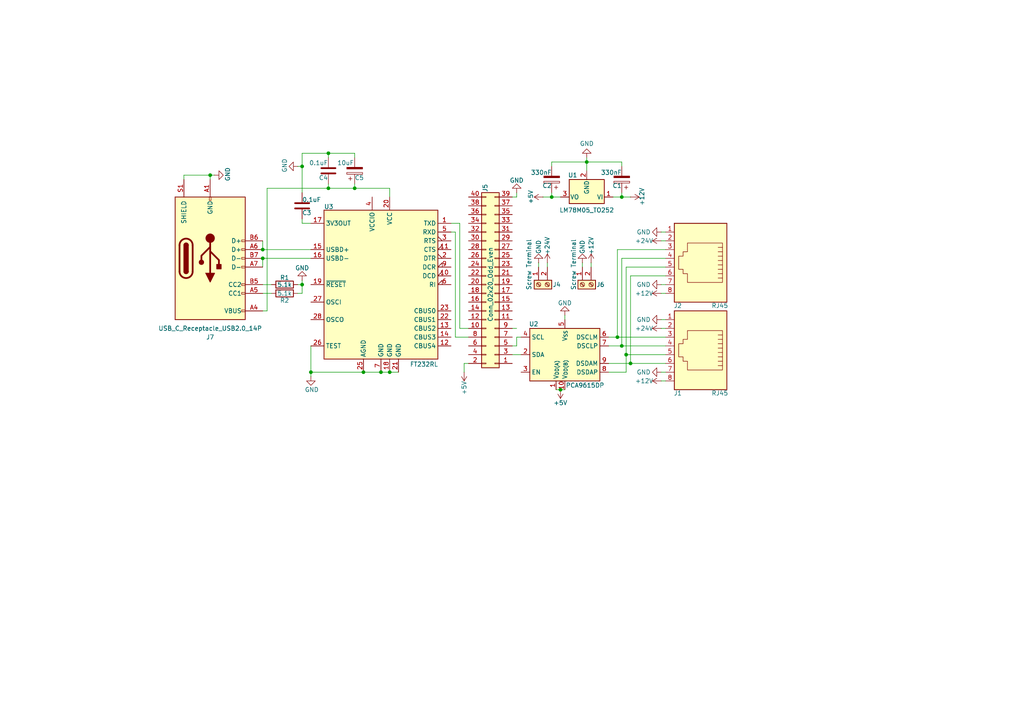
<source format=kicad_sch>
(kicad_sch (version 20231120) (generator "eeschema") (generator_version "8.0")
  (paper "A4")
  (title_block (title "PicoChain Zero Reference Device Implementation") (date "2024-08-22") (rev "v1.1") (comment 2 "http://www.tapr.org/OHL") (comment 3 "Licence: The TAPR Open Hardware License") (comment 4 "Author: Jason Alexander"))
  (lib_symbols
    (symbol "Connector:RJ45" (pin_names (offset 1.016))
      (property "Reference" "J" (at -5.08 13.97 0))
      (property "Value" "RJ45" (at 2.54 13.97 0))
      (symbol "RJ45_0_1"
        (polyline (pts (xy -5.08 4.445) (xy -6.35 4.445)))
        (polyline (pts (xy -5.08 5.715) (xy -6.35 5.715)))
        (polyline (pts (xy -6.35 -3.175) (xy -5.08 -3.175) (xy -5.08 -3.175)))
        (polyline (pts (xy -6.35 -1.905) (xy -5.08 -1.905) (xy -5.08 -1.905)))
        (polyline (pts (xy -6.35 -0.635) (xy -5.08 -0.635) (xy -5.08 -0.635)))
        (polyline (pts (xy -6.35 0.635) (xy -5.08 0.635) (xy -5.08 0.635)))
        (polyline (pts (xy -6.35 1.905) (xy -5.08 1.905) (xy -5.08 1.905)))
        (polyline (pts (xy -5.08 3.175) (xy -6.35 3.175) (xy -6.35 3.175)))
        (polyline (pts (xy -6.35 -4.445) (xy -6.35 6.985) (xy 3.81 6.985) (xy 3.81 4.445) (xy 5.08 4.445) (xy 5.08 3.175) (xy 6.35 3.175) (xy 6.35 -0.635) (xy 5.08 -0.635) (xy 5.08 -1.905) (xy 3.81 -1.905) (xy 3.81 -4.445) (xy -6.35 -4.445) (xy -6.35 -4.445)))
        (rectangle (start 7.62 12.7) (end -7.62 -10.16) (stroke (width 0.254)) (fill (type background)))
      )
      (symbol "RJ45_1_1"
        (pin passive line (at 10.16 -7.62 180) (length 2.54) (name "~") (number "1"))
        (pin passive line (at 10.16 -5.08 180) (length 2.54) (name "~") (number "2"))
        (pin passive line (at 10.16 -2.54 180) (length 2.54) (name "~") (number "3"))
        (pin passive line (at 10.16 0 180) (length 2.54) (name "~") (number "4"))
        (pin passive line (at 10.16 2.54 180) (length 2.54) (name "~") (number "5"))
        (pin passive line (at 10.16 5.08 180) (length 2.54) (name "~") (number "6"))
        (pin passive line (at 10.16 7.62 180) (length 2.54) (name "~") (number "7"))
        (pin passive line (at 10.16 10.16 180) (length 2.54) (name "~") (number "8"))
      )
    )
    (symbol "Connector:Screw_Terminal_01x02" (pin_names (offset 1.016) hide)
      (property "Reference" "J" (at 0 2.54 0))
      (property "Value" "Screw_Terminal_01x02" (at 0 -5.08 0))
      (symbol "Screw_Terminal_01x02_1_1"
        (rectangle (start -1.27 1.27) (end 1.27 -3.81) (stroke (width 0.254)) (fill (type background)))
        (circle (center 0 -2.54) (radius 0.635) (stroke (width 0.1524)))
        (polyline (pts (xy -0.5334 -2.2098) (xy 0.3302 -3.048)) (stroke (width 0.1524)))
        (polyline (pts (xy -0.5334 0.3302) (xy 0.3302 -0.508)) (stroke (width 0.1524)))
        (polyline (pts (xy -0.3556 -2.032) (xy 0.508 -2.8702)) (stroke (width 0.1524)))
        (polyline (pts (xy -0.3556 0.508) (xy 0.508 -0.3302)) (stroke (width 0.1524)))
        (circle (center 0 0) (radius 0.635) (stroke (width 0.1524)))
        (pin passive line (at -5.08 0 0) (length 3.81) (name "Pin_1") (number "1"))
        (pin passive line (at -5.08 -2.54 0) (length 3.81) (name "Pin_2") (number "2"))
      )
    )
    (symbol "Connector:USB_C_Receptacle_USB2.0_14P" (pin_names (offset 1.016))
      (property "Reference" "J" (at 0 22.225 0))
      (property "Value" "USB_C_Receptacle_USB2.0_14P" (at 0 19.685 0))
      (symbol "USB_C_Receptacle_USB2.0_14P_0_0"
        (rectangle (start -0.254 -17.78) (end 0.254 -16.764))
        (rectangle (start 10.16 -4.826) (end 9.144 -5.334))
        (rectangle (start 10.16 -2.286) (end 9.144 -2.794))
        (rectangle (start 10.16 0.254) (end 9.144 -0.254))
        (rectangle (start 10.16 2.794) (end 9.144 2.286))
        (rectangle (start 10.16 7.874) (end 9.144 7.366))
        (rectangle (start 10.16 10.414) (end 9.144 9.906))
        (rectangle (start 10.16 15.494) (end 9.144 14.986))
      )
      (symbol "USB_C_Receptacle_USB2.0_14P_0_1"
        (rectangle (start -10.16 17.78) (end 10.16 -17.78) (stroke (width 0.254)) (fill (type background)))
        (arc (start -8.89 -3.81) (mid -6.985 -5.7067) (end -5.08 -3.81) (stroke (width 0.508)))
        (arc (start -7.62 -3.81) (mid -6.985 -4.4423) (end -6.35 -3.81) (stroke (width 0.254)))
        (arc (start -7.62 -3.81) (mid -6.985 -4.4423) (end -6.35 -3.81) (stroke (width 0.254)) (fill (type outline)))
        (rectangle (start -7.62 -3.81) (end -6.35 3.81) (stroke (width 0.254)) (fill (type outline)))
        (arc (start -6.35 3.81) (mid -6.985 4.4423) (end -7.62 3.81) (stroke (width 0.254)))
        (arc (start -6.35 3.81) (mid -6.985 4.4423) (end -7.62 3.81) (stroke (width 0.254)) (fill (type outline)))
        (arc (start -5.08 3.81) (mid -6.985 5.7067) (end -8.89 3.81) (stroke (width 0.508)))
        (circle (center -2.54 1.143) (radius 0.635) (stroke (width 0.254)) (fill (type outline)))
        (circle (center 0 -5.842) (radius 1.27) (fill (type outline)))
        (polyline (pts (xy -8.89 -3.81) (xy -8.89 3.81)) (stroke (width 0.508)))
        (polyline (pts (xy -5.08 3.81) (xy -5.08 -3.81)) (stroke (width 0.508)))
        (polyline (pts (xy 0 -5.842) (xy 0 4.318)) (stroke (width 0.508)))
        (polyline (pts (xy 0 -3.302) (xy -2.54 -0.762) (xy -2.54 0.508)) (stroke (width 0.508)))
        (polyline (pts (xy 0 -2.032) (xy 2.54 0.508) (xy 2.54 1.778)) (stroke (width 0.508)))
        (polyline (pts (xy -1.27 4.318) (xy 0 6.858) (xy 1.27 4.318) (xy -1.27 4.318)) (stroke (width 0.254)) (fill (type outline)))
        (rectangle (start 1.905 1.778) (end 3.175 3.048) (stroke (width 0.254)) (fill (type outline)))
      )
      (symbol "USB_C_Receptacle_USB2.0_14P_1_1"
        (pin passive line (at 0 -22.86 90) (length 5.08) (name "GND") (number "A1"))
        (pin passive line (at 0 -22.86 90) (length 5.08) hide (name "GND") (number "A12"))
        (pin passive line (at 15.24 15.24 180) (length 5.08) (name "VBUS") (number "A4"))
        (pin bidirectional line (at 15.24 10.16 180) (length 5.08) (name "CC1") (number "A5"))
        (pin bidirectional line (at 15.24 -2.54 180) (length 5.08) (name "D+") (number "A6"))
        (pin bidirectional line (at 15.24 2.54 180) (length 5.08) (name "D-") (number "A7"))
        (pin passive line (at 15.24 15.24 180) (length 5.08) hide (name "VBUS") (number "A9"))
        (pin passive line (at 0 -22.86 90) (length 5.08) hide (name "GND") (number "B1"))
        (pin passive line (at 0 -22.86 90) (length 5.08) hide (name "GND") (number "B12"))
        (pin passive line (at 15.24 15.24 180) (length 5.08) hide (name "VBUS") (number "B4"))
        (pin bidirectional line (at 15.24 7.62 180) (length 5.08) (name "CC2") (number "B5"))
        (pin bidirectional line (at 15.24 -5.08 180) (length 5.08) (name "D+") (number "B6"))
        (pin bidirectional line (at 15.24 0 180) (length 5.08) (name "D-") (number "B7"))
        (pin passive line (at 15.24 15.24 180) (length 5.08) hide (name "VBUS") (number "B9"))
        (pin passive line (at -7.62 -22.86 90) (length 5.08) (name "SHIELD") (number "S1"))
      )
    )
    (symbol "Connector_Generic:Conn_02x20_Odd_Even" (pin_names (offset 1.016) hide)
      (property "Reference" "J" (at 1.27 25.4 0))
      (property "Value" "Conn_02x20_Odd_Even" (at 1.27 -27.94 0))
      (symbol "Conn_02x20_Odd_Even_1_1"
        (rectangle (start -1.27 -25.273) (end 0 -25.527) (stroke (width 0.1524)))
        (rectangle (start -1.27 -22.733) (end 0 -22.987) (stroke (width 0.1524)))
        (rectangle (start -1.27 -20.193) (end 0 -20.447) (stroke (width 0.1524)))
        (rectangle (start -1.27 -17.653) (end 0 -17.907) (stroke (width 0.1524)))
        (rectangle (start -1.27 -15.113) (end 0 -15.367) (stroke (width 0.1524)))
        (rectangle (start -1.27 -12.573) (end 0 -12.827) (stroke (width 0.1524)))
        (rectangle (start -1.27 -10.033) (end 0 -10.287) (stroke (width 0.1524)))
        (rectangle (start -1.27 -7.493) (end 0 -7.747) (stroke (width 0.1524)))
        (rectangle (start -1.27 -4.953) (end 0 -5.207) (stroke (width 0.1524)))
        (rectangle (start -1.27 -2.413) (end 0 -2.667) (stroke (width 0.1524)))
        (rectangle (start -1.27 0.127) (end 0 -0.127) (stroke (width 0.1524)))
        (rectangle (start -1.27 2.667) (end 0 2.413) (stroke (width 0.1524)))
        (rectangle (start -1.27 5.207) (end 0 4.953) (stroke (width 0.1524)))
        (rectangle (start -1.27 7.747) (end 0 7.493) (stroke (width 0.1524)))
        (rectangle (start -1.27 10.287) (end 0 10.033) (stroke (width 0.1524)))
        (rectangle (start -1.27 12.827) (end 0 12.573) (stroke (width 0.1524)))
        (rectangle (start -1.27 15.367) (end 0 15.113) (stroke (width 0.1524)))
        (rectangle (start -1.27 17.907) (end 0 17.653) (stroke (width 0.1524)))
        (rectangle (start -1.27 20.447) (end 0 20.193) (stroke (width 0.1524)))
        (rectangle (start -1.27 22.987) (end 0 22.733) (stroke (width 0.1524)))
        (rectangle (start -1.27 24.13) (end 3.81 -26.67) (stroke (width 0.254)) (fill (type background)))
        (rectangle (start 3.81 -25.273) (end 2.54 -25.527) (stroke (width 0.1524)))
        (rectangle (start 3.81 -22.733) (end 2.54 -22.987) (stroke (width 0.1524)))
        (rectangle (start 3.81 -20.193) (end 2.54 -20.447) (stroke (width 0.1524)))
        (rectangle (start 3.81 -17.653) (end 2.54 -17.907) (stroke (width 0.1524)))
        (rectangle (start 3.81 -15.113) (end 2.54 -15.367) (stroke (width 0.1524)))
        (rectangle (start 3.81 -12.573) (end 2.54 -12.827) (stroke (width 0.1524)))
        (rectangle (start 3.81 -10.033) (end 2.54 -10.287) (stroke (width 0.1524)))
        (rectangle (start 3.81 -7.493) (end 2.54 -7.747) (stroke (width 0.1524)))
        (rectangle (start 3.81 -4.953) (end 2.54 -5.207) (stroke (width 0.1524)))
        (rectangle (start 3.81 -2.413) (end 2.54 -2.667) (stroke (width 0.1524)))
        (rectangle (start 3.81 0.127) (end 2.54 -0.127) (stroke (width 0.1524)))
        (rectangle (start 3.81 2.667) (end 2.54 2.413) (stroke (width 0.1524)))
        (rectangle (start 3.81 5.207) (end 2.54 4.953) (stroke (width 0.1524)))
        (rectangle (start 3.81 7.747) (end 2.54 7.493) (stroke (width 0.1524)))
        (rectangle (start 3.81 10.287) (end 2.54 10.033) (stroke (width 0.1524)))
        (rectangle (start 3.81 12.827) (end 2.54 12.573) (stroke (width 0.1524)))
        (rectangle (start 3.81 15.367) (end 2.54 15.113) (stroke (width 0.1524)))
        (rectangle (start 3.81 17.907) (end 2.54 17.653) (stroke (width 0.1524)))
        (rectangle (start 3.81 20.447) (end 2.54 20.193) (stroke (width 0.1524)))
        (rectangle (start 3.81 22.987) (end 2.54 22.733) (stroke (width 0.1524)))
        (pin passive line (at -5.08 22.86 0) (length 3.81) (name "Pin_1") (number "1"))
        (pin passive line (at 7.62 12.7 180) (length 3.81) (name "Pin_10") (number "10"))
        (pin passive line (at -5.08 10.16 0) (length 3.81) (name "Pin_11") (number "11"))
        (pin passive line (at 7.62 10.16 180) (length 3.81) (name "Pin_12") (number "12"))
        (pin passive line (at -5.08 7.62 0) (length 3.81) (name "Pin_13") (number "13"))
        (pin passive line (at 7.62 7.62 180) (length 3.81) (name "Pin_14") (number "14"))
        (pin passive line (at -5.08 5.08 0) (length 3.81) (name "Pin_15") (number "15"))
        (pin passive line (at 7.62 5.08 180) (length 3.81) (name "Pin_16") (number "16"))
        (pin passive line (at -5.08 2.54 0) (length 3.81) (name "Pin_17") (number "17"))
        (pin passive line (at 7.62 2.54 180) (length 3.81) (name "Pin_18") (number "18"))
        (pin passive line (at -5.08 0 0) (length 3.81) (name "Pin_19") (number "19"))
        (pin passive line (at 7.62 22.86 180) (length 3.81) (name "Pin_2") (number "2"))
        (pin passive line (at 7.62 0 180) (length 3.81) (name "Pin_20") (number "20"))
        (pin passive line (at -5.08 -2.54 0) (length 3.81) (name "Pin_21") (number "21"))
        (pin passive line (at 7.62 -2.54 180) (length 3.81) (name "Pin_22") (number "22"))
        (pin passive line (at -5.08 -5.08 0) (length 3.81) (name "Pin_23") (number "23"))
        (pin passive line (at 7.62 -5.08 180) (length 3.81) (name "Pin_24") (number "24"))
        (pin passive line (at -5.08 -7.62 0) (length 3.81) (name "Pin_25") (number "25"))
        (pin passive line (at 7.62 -7.62 180) (length 3.81) (name "Pin_26") (number "26"))
        (pin passive line (at -5.08 -10.16 0) (length 3.81) (name "Pin_27") (number "27"))
        (pin passive line (at 7.62 -10.16 180) (length 3.81) (name "Pin_28") (number "28"))
        (pin passive line (at -5.08 -12.7 0) (length 3.81) (name "Pin_29") (number "29"))
        (pin passive line (at -5.08 20.32 0) (length 3.81) (name "Pin_3") (number "3"))
        (pin passive line (at 7.62 -12.7 180) (length 3.81) (name "Pin_30") (number "30"))
        (pin passive line (at -5.08 -15.24 0) (length 3.81) (name "Pin_31") (number "31"))
        (pin passive line (at 7.62 -15.24 180) (length 3.81) (name "Pin_32") (number "32"))
        (pin passive line (at -5.08 -17.78 0) (length 3.81) (name "Pin_33") (number "33"))
        (pin passive line (at 7.62 -17.78 180) (length 3.81) (name "Pin_34") (number "34"))
        (pin passive line (at -5.08 -20.32 0) (length 3.81) (name "Pin_35") (number "35"))
        (pin passive line (at 7.62 -20.32 180) (length 3.81) (name "Pin_36") (number "36"))
        (pin passive line (at -5.08 -22.86 0) (length 3.81) (name "Pin_37") (number "37"))
        (pin passive line (at 7.62 -22.86 180) (length 3.81) (name "Pin_38") (number "38"))
        (pin passive line (at -5.08 -25.4 0) (length 3.81) (name "Pin_39") (number "39"))
        (pin passive line (at 7.62 20.32 180) (length 3.81) (name "Pin_4") (number "4"))
        (pin passive line (at 7.62 -25.4 180) (length 3.81) (name "Pin_40") (number "40"))
        (pin passive line (at -5.08 17.78 0) (length 3.81) (name "Pin_5") (number "5"))
        (pin passive line (at 7.62 17.78 180) (length 3.81) (name "Pin_6") (number "6"))
        (pin passive line (at -5.08 15.24 0) (length 3.81) (name "Pin_7") (number "7"))
        (pin passive line (at 7.62 15.24 180) (length 3.81) (name "Pin_8") (number "8"))
        (pin passive line (at -5.08 12.7 0) (length 3.81) (name "Pin_9") (number "9"))
      )
    )
    (symbol "Device:C" (pin_numbers hide) (pin_names (offset 0.254))
      (property "Reference" "C" (at 0.635 2.54 0))
      (property "Value" "C" (at 0.635 -2.54 0))
      (symbol "C_0_1"
        (polyline (pts (xy -2.032 -0.762) (xy 2.032 -0.762)) (stroke (width 0.508)))
        (polyline (pts (xy -2.032 0.762) (xy 2.032 0.762)) (stroke (width 0.508)))
      )
      (symbol "C_1_1"
        (pin passive line (at 0 3.81 270) (length 2.794) (name "~") (number "1"))
        (pin passive line (at 0 -3.81 90) (length 2.794) (name "~") (number "2"))
      )
    )
    (symbol "Device:C_Polarized" (pin_numbers hide) (pin_names (offset 0.254))
      (property "Reference" "C" (at 0.635 2.54 0))
      (property "Value" "C_Polarized" (at 0.635 -2.54 0))
      (symbol "C_Polarized_0_1"
        (rectangle (start -2.286 0.508) (end 2.286 1.016))
        (polyline (pts (xy -1.778 2.286) (xy -0.762 2.286)))
        (polyline (pts (xy -1.27 2.794) (xy -1.27 1.778)))
        (rectangle (start 2.286 -0.508) (end -2.286 -1.016) (fill (type outline)))
      )
      (symbol "C_Polarized_1_1"
        (pin passive line (at 0 3.81 270) (length 2.794) (name "~") (number "1"))
        (pin passive line (at 0 -3.81 90) (length 2.794) (name "~") (number "2"))
      )
    )
    (symbol "Device:R" (pin_numbers hide) (pin_names (offset 0))
      (property "Reference" "R" (at 2.032 0 90))
      (property "Value" "R" (at 0 0 90))
      (symbol "R_0_1"
        (rectangle (start -1.016 -2.54) (end 1.016 2.54) (stroke (width 0.254)))
      )
      (symbol "R_1_1"
        (pin passive line (at 0 3.81 270) (length 1.27) (name "~") (number "1"))
        (pin passive line (at 0 -3.81 90) (length 1.27) (name "~") (number "2"))
      )
    )
    (symbol "Interface:PCA9615DP"
      (property "Reference" "U" (at -10.16 8.89 0))
      (property "Value" "PCA9615DP" (at 1.27 8.89 0))
      (symbol "PCA9615DP_0_1"
        (rectangle (start -10.16 7.62) (end 10.16 -7.62) (stroke (width 0.254)) (fill (type background)))
      )
      (symbol "PCA9615DP_1_1"
        (pin power_in line (at -2.54 10.16 270) (length 2.54) (name "V_{DD(A)}") (number "1"))
        (pin power_in line (at 0 10.16 270) (length 2.54) (name "V_{DD(B)}") (number "10"))
        (pin bidirectional line (at -12.7 0 0) (length 2.54) (name "SDA") (number "2"))
        (pin input line (at -12.7 5.08 0) (length 2.54) (name "EN") (number "3"))
        (pin bidirectional line (at -12.7 -5.08 0) (length 2.54) (name "SCL") (number "4"))
        (pin power_in line (at 0 -10.16 90) (length 2.54) (name "V_{SS}") (number "5"))
        (pin bidirectional line (at 12.7 -5.08 180) (length 2.54) (name "DSCLM") (number "6"))
        (pin bidirectional line (at 12.7 -2.54 180) (length 2.54) (name "DSCLP") (number "7"))
        (pin bidirectional line (at 12.7 5.08 180) (length 2.54) (name "DSDAP") (number "8"))
        (pin bidirectional line (at 12.7 2.54 180) (length 2.54) (name "DSDAM") (number "9"))
      )
    )
    (symbol "Interface_USB:FT232RL"
      (property "Reference" "U" (at -16.51 22.86 0))
      (property "Value" "FT232RL" (at 10.16 22.86 0))
      (symbol "FT232RL_0_1"
        (rectangle (start -16.51 21.59) (end 16.51 -21.59) (stroke (width 0.254)) (fill (type background)))
      )
      (symbol "FT232RL_1_1"
        (pin output line (at 20.32 17.78 180) (length 3.81) (name "TXD") (number "1"))
        (pin input input_low (at 20.32 2.54 180) (length 3.81) (name "DCD") (number "10"))
        (pin input input_low (at 20.32 10.16 180) (length 3.81) (name "CTS") (number "11"))
        (pin bidirectional line (at 20.32 -17.78 180) (length 3.81) (name "CBUS4") (number "12"))
        (pin bidirectional line (at 20.32 -12.7 180) (length 3.81) (name "CBUS2") (number "13"))
        (pin bidirectional line (at 20.32 -15.24 180) (length 3.81) (name "CBUS3") (number "14"))
        (pin bidirectional line (at -20.32 10.16 0) (length 3.81) (name "USBD+") (number "15"))
        (pin bidirectional line (at -20.32 7.62 0) (length 3.81) (name "USBD-") (number "16"))
        (pin power_out line (at -20.32 17.78 0) (length 3.81) (name "3V3OUT") (number "17"))
        (pin power_in line (at 2.54 -25.4 90) (length 3.81) (name "GND") (number "18"))
        (pin input line (at -20.32 0 0) (length 3.81) (name "~{RESET}") (number "19"))
        (pin output output_low (at 20.32 7.62 180) (length 3.81) (name "DTR") (number "2"))
        (pin power_in line (at 2.54 25.4 270) (length 3.81) (name "VCC") (number "20"))
        (pin power_in line (at 5.08 -25.4 90) (length 3.81) (name "GND") (number "21"))
        (pin bidirectional line (at 20.32 -10.16 180) (length 3.81) (name "CBUS1") (number "22"))
        (pin bidirectional line (at 20.32 -7.62 180) (length 3.81) (name "CBUS0") (number "23"))
        (pin power_in line (at -5.08 -25.4 90) (length 3.81) (name "AGND") (number "25"))
        (pin input line (at -20.32 -17.78 0) (length 3.81) (name "TEST") (number "26"))
        (pin input line (at -20.32 -5.08 0) (length 3.81) (name "OSCI") (number "27"))
        (pin output line (at -20.32 -10.16 0) (length 3.81) (name "OSCO") (number "28"))
        (pin output output_low (at 20.32 12.7 180) (length 3.81) (name "RTS") (number "3"))
        (pin power_in line (at -2.54 25.4 270) (length 3.81) (name "VCCIO") (number "4"))
        (pin input line (at 20.32 15.24 180) (length 3.81) (name "RXD") (number "5"))
        (pin input input_low (at 20.32 0 180) (length 3.81) (name "RI") (number "6"))
        (pin power_in line (at 0 -25.4 90) (length 3.81) (name "GND") (number "7"))
        (pin input input_low (at 20.32 5.08 180) (length 3.81) (name "DCR") (number "9"))
      )
    )
    (symbol "Regulator_Linear:LM78M05_TO252" (pin_names (offset 0.254))
      (property "Reference" "U" (at -3.81 3.175 0))
      (property "Value" "LM78M05_TO252" (at 0 3.175 0))
      (symbol "LM78M05_TO252_0_1"
        (rectangle (start -5.08 1.905) (end 5.08 -5.08) (stroke (width 0.254)) (fill (type background)))
      )
      (symbol "LM78M05_TO252_1_1"
        (pin power_in line (at -7.62 0 0) (length 2.54) (name "VI") (number "1"))
        (pin power_in line (at 0 -7.62 90) (length 2.54) (name "GND") (number "2"))
        (pin power_out line (at 7.62 0 180) (length 2.54) (name "VO") (number "3"))
      )
    )
    (symbol "power:+12V" (power) (pin_numbers hide) (pin_names (offset 0) hide)
      (property "Value" "+12V" (at 0 3.556 0))
      (symbol "+12V_0_1"
        (polyline (pts (xy -0.762 1.27) (xy 0 2.54)))
        (polyline (pts (xy 0 0) (xy 0 2.54)))
        (polyline (pts (xy 0 2.54) (xy 0.762 1.27)))
      )
      (symbol "+12V_1_1"
        (pin power_in line (at 0 0 90) (length 0) (name "~") (number "1"))
      )
    )
    (symbol "power:+24V" (power) (pin_numbers hide) (pin_names (offset 0) hide)
      (property "Value" "+24V" (at 0 3.556 0))
      (symbol "+24V_0_1"
        (polyline (pts (xy -0.762 1.27) (xy 0 2.54)))
        (polyline (pts (xy 0 0) (xy 0 2.54)))
        (polyline (pts (xy 0 2.54) (xy 0.762 1.27)))
      )
      (symbol "+24V_1_1"
        (pin power_in line (at 0 0 90) (length 0) (name "~") (number "1"))
      )
    )
    (symbol "power:+5V" (power) (pin_numbers hide) (pin_names (offset 0) hide)
      (property "Value" "+5V" (at 0 3.556 0))
      (symbol "+5V_0_1"
        (polyline (pts (xy -0.762 1.27) (xy 0 2.54)))
        (polyline (pts (xy 0 0) (xy 0 2.54)))
        (polyline (pts (xy 0 2.54) (xy 0.762 1.27)))
      )
      (symbol "+5V_1_1"
        (pin power_in line (at 0 0 90) (length 0) (name "~") (number "1"))
      )
    )
    (symbol "power:GND" (power) (pin_numbers hide) (pin_names (offset 0) hide)
      (property "Value" "GND" (at 0 -3.81 0))
      (symbol "GND_0_1"
        (polyline (pts (xy 0 0) (xy 0 -1.27) (xy 1.27 -1.27) (xy 0 -2.54) (xy -1.27 -1.27) (xy 0 -1.27)))
      )
      (symbol "GND_1_1"
        (pin power_in line (at 0 0 270) (length 0) (name "~") (number "1"))
      )
    )
  )
  (junction (at 180.34 100.33))
  (junction (at 87.63 48.26))
  (junction (at 180.34 57.15))
  (junction (at 162.56 113.03))
  (junction (at 95.25 54.61))
  (junction (at 102.87 54.61))
  (junction (at 182.88 105.41))
  (junction (at 60.96 50.8))
  (junction (at 76.2 74.93))
  (junction (at 95.25 44.45))
  (junction (at 113.03 107.95))
  (junction (at 160.02 57.15))
  (junction (at 179.07 97.79))
  (junction (at 87.63 82.55))
  (junction (at 105.41 107.95))
  (junction (at 181.61 102.87))
  (junction (at 90.17 107.95))
  (junction (at 76.2 72.39))
  (junction (at 170.18 46.99))
  (junction (at 110.49 107.95))
  (wire (pts (xy 171.45 76.2) (xy 171.45 77.47)))
  (wire (pts (xy 133.35 64.77) (xy 130.81 64.77)))
  (wire (pts (xy 193.04 92.71) (xy 191.77 92.71)))
  (wire (pts (xy 151.13 102.87) (xy 148.59 102.87)))
  (wire (pts (xy 160.02 48.26) (xy 160.02 46.99)))
  (wire (pts (xy 193.04 80.01) (xy 182.88 80.01)))
  (wire (pts (xy 135.89 95.25) (xy 133.35 95.25)))
  (wire (pts (xy 135.89 105.41) (xy 134.62 105.41)))
  (wire (pts (xy 95.25 53.34) (xy 95.25 54.61)))
  (wire (pts (xy 110.49 107.95) (xy 113.03 107.95)))
  (wire (pts (xy 168.91 76.2) (xy 168.91 77.47)))
  (wire (pts (xy 149.86 97.79) (xy 149.86 100.33)))
  (wire (pts (xy 193.04 110.49) (xy 191.77 110.49)))
  (wire (pts (xy 181.61 102.87) (xy 181.61 107.95)))
  (wire (pts (xy 148.59 95.25) (xy 149.86 95.25)))
  (wire (pts (xy 87.63 64.77) (xy 87.63 63.5)))
  (wire (pts (xy 193.04 72.39) (xy 179.07 72.39)))
  (wire (pts (xy 181.61 77.47) (xy 181.61 102.87)))
  (wire (pts (xy 193.04 77.47) (xy 181.61 77.47)))
  (wire (pts (xy 134.62 107.95) (xy 134.62 105.41)))
  (wire (pts (xy 95.25 44.45) (xy 95.25 45.72)))
  (wire (pts (xy 62.23 50.8) (xy 60.96 50.8)))
  (wire (pts (xy 76.2 69.85) (xy 76.2 72.39)))
  (wire (pts (xy 182.88 57.15) (xy 180.34 57.15)))
  (wire (pts (xy 156.21 76.2) (xy 156.21 77.47)))
  (wire (pts (xy 181.61 107.95) (xy 176.53 107.95)))
  (wire (pts (xy 182.88 80.01) (xy 182.88 105.41)))
  (wire (pts (xy 132.08 67.31) (xy 132.08 97.79)))
  (wire (pts (xy 193.04 74.93) (xy 180.34 74.93)))
  (wire (pts (xy 86.36 82.55) (xy 87.63 82.55)))
  (wire (pts (xy 102.87 54.61) (xy 113.03 54.61)))
  (wire (pts (xy 149.86 100.33) (xy 148.59 100.33)))
  (wire (pts (xy 163.83 113.03) (xy 162.56 113.03)))
  (wire (pts (xy 170.18 46.99) (xy 170.18 45.72)))
  (wire (pts (xy 86.36 48.26) (xy 87.63 48.26)))
  (wire (pts (xy 177.8 57.15) (xy 180.34 57.15)))
  (wire (pts (xy 87.63 48.26) (xy 87.63 44.45)))
  (wire (pts (xy 193.04 97.79) (xy 179.07 97.79)))
  (wire (pts (xy 95.25 54.61) (xy 102.87 54.61)))
  (wire (pts (xy 90.17 107.95) (xy 105.41 107.95)))
  (wire (pts (xy 77.47 90.17) (xy 77.47 54.61)))
  (wire (pts (xy 87.63 55.88) (xy 87.63 48.26)))
  (wire (pts (xy 193.04 107.95) (xy 191.77 107.95)))
  (wire (pts (xy 179.07 97.79) (xy 179.07 72.39)))
  (wire (pts (xy 180.34 100.33) (xy 180.34 74.93)))
  (wire (pts (xy 151.13 97.79) (xy 149.86 97.79)))
  (wire (pts (xy 113.03 107.95) (xy 115.57 107.95)))
  (wire (pts (xy 77.47 54.61) (xy 95.25 54.61)))
  (wire (pts (xy 160.02 57.15) (xy 157.48 57.15)))
  (wire (pts (xy 105.41 107.95) (xy 110.49 107.95)))
  (wire (pts (xy 182.88 105.41) (xy 176.53 105.41)))
  (wire (pts (xy 60.96 50.8) (xy 60.96 52.07)))
  (wire (pts (xy 193.04 82.55) (xy 191.77 82.55)))
  (wire (pts (xy 130.81 67.31) (xy 132.08 67.31)))
  (wire (pts (xy 163.83 92.71) (xy 163.83 91.44)))
  (wire (pts (xy 180.34 48.26) (xy 180.34 46.99)))
  (wire (pts (xy 86.36 85.09) (xy 87.63 85.09)))
  (wire (pts (xy 193.04 102.87) (xy 181.61 102.87)))
  (wire (pts (xy 76.2 74.93) (xy 90.17 74.93)))
  (wire (pts (xy 113.03 54.61) (xy 113.03 57.15)))
  (wire (pts (xy 158.75 76.2) (xy 158.75 77.47)))
  (wire (pts (xy 95.25 44.45) (xy 102.87 44.45)))
  (wire (pts (xy 90.17 100.33) (xy 90.17 107.95)))
  (wire (pts (xy 87.63 85.09) (xy 87.63 82.55)))
  (wire (pts (xy 193.04 67.31) (xy 191.77 67.31)))
  (wire (pts (xy 160.02 57.15) (xy 160.02 55.88)))
  (wire (pts (xy 133.35 95.25) (xy 133.35 64.77)))
  (wire (pts (xy 160.02 46.99) (xy 170.18 46.99)))
  (wire (pts (xy 87.63 64.77) (xy 90.17 64.77)))
  (wire (pts (xy 162.56 113.03) (xy 161.29 113.03)))
  (wire (pts (xy 76.2 72.39) (xy 90.17 72.39)))
  (wire (pts (xy 87.63 44.45) (xy 95.25 44.45)))
  (wire (pts (xy 193.04 69.85) (xy 191.77 69.85)))
  (wire (pts (xy 180.34 57.15) (xy 180.34 55.88)))
  (wire (pts (xy 53.34 50.8) (xy 60.96 50.8)))
  (wire (pts (xy 87.63 81.28) (xy 87.63 82.55)))
  (wire (pts (xy 193.04 95.25) (xy 191.77 95.25)))
  (wire (pts (xy 76.2 74.93) (xy 76.2 77.47)))
  (wire (pts (xy 179.07 97.79) (xy 176.53 97.79)))
  (wire (pts (xy 132.08 97.79) (xy 135.89 97.79)))
  (wire (pts (xy 76.2 85.09) (xy 78.74 85.09)))
  (wire (pts (xy 102.87 44.45) (xy 102.87 45.72)))
  (wire (pts (xy 180.34 46.99) (xy 170.18 46.99)))
  (wire (pts (xy 193.04 100.33) (xy 180.34 100.33)))
  (wire (pts (xy 193.04 105.41) (xy 182.88 105.41)))
  (wire (pts (xy 53.34 50.8) (xy 53.34 52.07)))
  (wire (pts (xy 170.18 49.53) (xy 170.18 46.99)))
  (wire (pts (xy 90.17 107.95) (xy 90.17 109.22)))
  (wire (pts (xy 149.86 57.15) (xy 148.59 57.15)))
  (wire (pts (xy 102.87 53.34) (xy 102.87 54.61)))
  (wire (pts (xy 193.04 85.09) (xy 191.77 85.09)))
  (wire (pts (xy 149.86 55.88) (xy 149.86 57.15)))
  (wire (pts (xy 180.34 100.33) (xy 176.53 100.33)))
  (wire (pts (xy 76.2 90.17) (xy 77.47 90.17)))
  (wire (pts (xy 162.56 57.15) (xy 160.02 57.15)))
  (wire (pts (xy 76.2 82.55) (xy 78.74 82.55)))
  (symbol (lib_id "power:GND") (at 163.83 91.44 180) (unit 1)
    (property "Reference" "#PWR015" (effects (hide yes)))
    (property "Value" "GND" (at 163.83 87.884 0))
    (property "Description" "Power symbol creates a global label with name \"GND\" , ground" (effects (hide yes)))
  )
  (symbol (lib_id "power:GND") (at 156.21 76.2 180) (unit 1)
    (property "Reference" "#PWR02" (effects (hide yes)))
    (property "Value" "GND" (at 156.21 71.628 90))
    (property "Description" "Power symbol creates a global label with name \"GND\" , ground" (effects (hide yes)))
  )
  (symbol (lib_id "power:GND") (at 191.77 82.55 270) (unit 1)
    (property "Reference" "#PWR09" (effects (hide yes)))
    (property "Value" "GND" (at 188.722 82.55 90) (effects (justify right)))
    (property "Description" "Power symbol creates a global label with name \"GND\" , ground" (effects (hide yes)))
  )
  (symbol (lib_id "Device:C_Polarized") (at 102.87 49.53 0) (mirror x) (unit 1)
    (property "Reference" "C5" (at 102.87 51.562 0) (effects (justify left)))
    (property "Value" "10uF" (at 97.79 47.244 0) (effects (justify left)))
    (property "Footprint" "Capacitor_Tantalum_SMD:CP_EIA-3216-18_Kemet-A" (effects (hide yes)))
    (property "Description" "Polarized capacitor" (effects (hide yes)))
  )
  (symbol (lib_id "Connector:USB_C_Receptacle_USB2.0_14P") (at 60.96 74.93 0) (mirror x) (unit 1)
    (property "Reference" "J7" (at 60.96 97.79 0))
    (property "Value" "USB_C_Receptacle_USB2.0_14P" (at 60.96 95.25 0))
    (property "Footprint" "Connector_USB:USB_C_Receptacle_GCT_USB4085" (effects (hide yes)))
    (property "Datasheet" "https://www.usb.org/sites/default/files/documents/usb_type-c.zip" (effects (hide yes)))
    (property "Description" "USB 2.0-only 14P Type-C Receptacle connector" (effects (hide yes)))
  )
  (symbol (lib_id "power:+12V") (at 191.77 85.09 90) (unit 1)
    (property "Reference" "#PWR08" (effects (hide yes)))
    (property "Value" "+12V" (at 189.484 85.09 90) (effects (justify left)))
    (property "Description" "Power symbol creates a global label with name \"+12V\"" (effects (hide yes)))
  )
  (symbol (lib_id "Interface:PCA9615DP") (at 163.83 102.87 0) (mirror x) (unit 1)
    (property "Reference" "U2" (at 153.416 93.98 0) (effects (justify left)))
    (property "Value" "PCA9615DP" (at 164.084 111.76 0) (effects (justify left)))
    (property "Footprint" "Package_SO:TSSOP-10_3x3mm_P0.5mm" (effects (hide yes)))
    (property "Datasheet" "https://www.nxp.com/docs/en/data-sheet/PCA9615.pdf" (effects (hide yes)))
    (property "Description" "Dual bidirectional hot-swap multipoint bus buffer, SO-8" (effects (hide yes)))
  )
  (symbol (lib_id "Connector:Screw_Terminal_01x02") (at 156.21 82.55 90) (mirror x) (unit 1)
    (property "Reference" "J4" (at 160.274 82.55 90) (effects (justify right)))
    (property "Value" "Screw Terminal" (at 153.416 69.342 0) (effects (justify left)))
    (property "Footprint" "TerminalBlock_Phoenix:TerminalBlock_Phoenix_MKDS-1,5-2-5.08_1x02_P5.08mm_Horizontal" (effects (hide yes)))
    (property "Description" "Generic screw terminal, single row, 01x02, script generated (kicad-library-utils/schlib/autogen/connector/)" (effects (hide yes)))
  )
  (symbol (lib_id "power:+12V") (at 182.88 57.15 270) (mirror x) (unit 1)
    (property "Reference" "#PWR03" (effects (hide yes)))
    (property "Value" "+12V" (at 186.182 59.69 0) (effects (justify left)))
    (property "Description" "Power symbol creates a global label with name \"+12V\"" (effects (hide yes)))
  )
  (symbol (lib_id "power:+12V") (at 191.77 110.49 90) (unit 1)
    (property "Reference" "#PWR04" (effects (hide yes)))
    (property "Value" "+12V" (at 189.484 110.49 90) (effects (justify left)))
    (property "Description" "Power symbol creates a global label with name \"+12V\"" (effects (hide yes)))
  )
  (symbol (lib_id "power:+24V") (at 191.77 69.85 90) (unit 1)
    (property "Reference" "#PWR010" (effects (hide yes)))
    (property "Value" "+24V" (at 189.484 69.85 90) (effects (justify left)))
    (property "Description" "Power symbol creates a global label with name \"+24V\"" (effects (hide yes)))
  )
  (symbol (lib_id "power:+12V") (at 171.45 76.2 0) (unit 1)
    (property "Reference" "#PWR022" (effects (hide yes)))
    (property "Value" "+12V" (at 171.45 73.914 90) (effects (justify left)))
    (property "Description" "Power symbol creates a global label with name \"+12V\"" (effects (hide yes)))
  )
  (symbol (lib_id "Regulator_Linear:LM78M05_TO252") (at 170.18 57.15 180) (unit 1)
    (property "Reference" "U1" (at 166.116 50.8 0))
    (property "Value" "LM78M05_TO252" (at 170.18 60.96 0))
    (property "Footprint" "Package_TO_SOT_SMD:TO-252-2" (effects (hide yes)))
    (property "Datasheet" "https://www.onsemi.com/pub/Collateral/MC78M00-D.PDF" (effects (hide yes)))
    (property "Description" "Positive 500mA 35V Linear Regulator, Fixed Output 5V, TO-252 (D-PAK)" (effects (hide yes)))
  )
  (symbol (lib_id "Connector:RJ45") (at 203.2 74.93 180) (unit 1)
    (property "Reference" "J2" (at 196.596 88.646 0))
    (property "Value" "RJ45" (at 208.788 88.646 0))
    (property "Footprint" "Connector_RJ:RJ45_Amphenol_54602-x08_Horizontal" (effects (hide yes)))
    (property "Description" "RJ connector, 8P8C (8 positions 8 connected)" (effects (hide yes)))
  )
  (symbol (lib_id "power:GND") (at 168.91 76.2 180) (unit 1)
    (property "Reference" "#PWR020" (effects (hide yes)))
    (property "Value" "GND" (at 168.91 71.628 90))
    (property "Description" "Power symbol creates a global label with name \"GND\" , ground" (effects (hide yes)))
  )
  (symbol (lib_id "power:GND") (at 90.17 109.22 0) (unit 1)
    (property "Reference" "#PWR017" (effects (hide yes)))
    (property "Value" "GND" (at 90.424 113.03 0))
    (property "Description" "Power symbol creates a global label with name \"GND\" , ground" (effects (hide yes)))
  )
  (symbol (lib_id "Device:R") (at 82.55 82.55 90) (unit 1)
    (property "Reference" "R1" (at 82.55 80.518 90))
    (property "Value" "5.1k" (at 82.55 82.55 90))
    (property "Footprint" "Resistor_SMD:R_0805_2012Metric" (effects (hide yes)))
    (property "Description" "Resistor" (effects (hide yes)))
  )
  (symbol (lib_id "power:GND") (at 191.77 92.71 270) (unit 1)
    (property "Reference" "#PWR07" (effects (hide yes)))
    (property "Value" "GND" (at 188.722 92.71 90) (effects (justify right)))
    (property "Description" "Power symbol creates a global label with name \"GND\" , ground" (effects (hide yes)))
  )
  (symbol (lib_id "Device:C") (at 95.25 49.53 0) (mirror x) (unit 1)
    (property "Reference" "C4" (at 92.456 51.562 0) (effects (justify left)))
    (property "Value" "0.1uF" (at 89.662 47.244 0) (effects (justify left)))
    (property "Footprint" "Capacitor_SMD:C_0805_2012Metric" (effects (hide yes)))
    (property "Description" "Unpolarized capacitor" (effects (hide yes)))
  )
  (symbol (lib_id "power:+5V") (at 134.62 107.95 0) (mirror x) (unit 1)
    (property "Reference" "#PWR018" (effects (hide yes)))
    (property "Value" "+5V" (at 134.62 112.522 90))
    (property "Description" "Power symbol creates a global label with name \"+5V\"" (effects (hide yes)))
  )
  (symbol (lib_id "Device:C") (at 87.63 59.69 0) (unit 1)
    (property "Reference" "C3" (at 87.63 61.722 0) (effects (justify left)))
    (property "Value" "0.1uF" (at 87.63 57.912 0) (effects (justify left)))
    (property "Footprint" "Capacitor_SMD:C_0805_2012Metric" (effects (hide yes)))
    (property "Description" "Unpolarized capacitor" (effects (hide yes)))
  )
  (symbol (lib_id "power:GND") (at 191.77 107.95 270) (unit 1)
    (property "Reference" "#PWR05" (effects (hide yes)))
    (property "Value" "GND" (at 188.722 107.95 90) (effects (justify right)))
    (property "Description" "Power symbol creates a global label with name \"GND\" , ground" (effects (hide yes)))
  )
  (symbol (lib_id "Connector:RJ45") (at 203.2 100.33 180) (unit 1)
    (property "Reference" "J1" (at 196.596 114.046 0))
    (property "Value" "RJ45" (at 208.788 114.046 0))
    (property "Footprint" "Connector_RJ:RJ45_Amphenol_54602-x08_Horizontal" (effects (hide yes)))
    (property "Description" "RJ connector, 8P8C (8 positions 8 connected)" (effects (hide yes)))
  )
  (symbol (lib_id "power:+5V") (at 162.56 113.03 180) (unit 1)
    (property "Reference" "#PWR014" (effects (hide yes)))
    (property "Value" "+5V" (at 164.592 116.84 0) (effects (justify left)))
    (property "Description" "Power symbol creates a global label with name \"+5V\"" (effects (hide yes)))
  )
  (symbol (lib_id "power:GND") (at 62.23 50.8 90) (unit 1)
    (property "Reference" "#PWR023" (effects (hide yes)))
    (property "Value" "GND" (at 66.04 50.546 0))
    (property "Description" "Power symbol creates a global label with name \"GND\" , ground" (effects (hide yes)))
  )
  (symbol (lib_id "power:+24V") (at 158.75 76.2 0) (unit 1)
    (property "Reference" "#PWR021" (effects (hide yes)))
    (property "Value" "+24V" (at 158.75 73.914 90) (effects (justify left)))
    (property "Description" "Power symbol creates a global label with name \"+24V\"" (effects (hide yes)))
  )
  (symbol (lib_id "power:+24V") (at 191.77 95.25 90) (unit 1)
    (property "Reference" "#PWR06" (effects (hide yes)))
    (property "Value" "+24V" (at 189.484 95.25 90) (effects (justify left)))
    (property "Description" "Power symbol creates a global label with name \"+24V\"" (effects (hide yes)))
  )
  (symbol (lib_id "power:+5V") (at 157.48 57.15 90) (unit 1)
    (property "Reference" "#PWR013" (effects (hide yes)))
    (property "Value" "+5V" (at 153.924 59.182 0) (effects (justify left)))
    (property "Description" "Power symbol creates a global label with name \"+5V\"" (effects (hide yes)))
  )
  (symbol (lib_id "power:GND") (at 170.18 45.72 180) (unit 1)
    (property "Reference" "#PWR012" (effects (hide yes)))
    (property "Value" "GND" (at 168.148 41.656 0) (effects (justify right)))
    (property "Description" "Power symbol creates a global label with name \"GND\" , ground" (effects (hide yes)))
  )
  (symbol (lib_id "power:GND") (at 87.63 81.28 180) (unit 1)
    (property "Reference" "#PWR01" (effects (hide yes)))
    (property "Value" "GND" (at 87.63 77.724 0))
    (property "Description" "Power symbol creates a global label with name \"GND\" , ground" (effects (hide yes)))
  )
  (symbol (lib_id "power:GND") (at 86.36 48.26 270) (mirror x) (unit 1)
    (property "Reference" "#PWR016" (effects (hide yes)))
    (property "Value" "GND" (at 82.55 48.006 0))
    (property "Description" "Power symbol creates a global label with name \"GND\" , ground" (effects (hide yes)))
  )
  (symbol (lib_id "Connector_Generic:Conn_02x20_Odd_Even") (at 143.51 82.55 180) (unit 1)
    (property "Reference" "J5" (at 140.716 53.34 90) (effects (justify left)))
    (property "Value" "Conn_02x20_Odd_Even" (at 142.24 71.628 90) (effects (justify left)))
    (property "Footprint" "Connector_PinHeader_2.54mm:PinHeader_2x20_P2.54mm_Vertical" (effects (hide yes)))
    (property "Description" "Generic connector, double row, 02x20, odd/even pin numbering scheme (row 1 odd numbers, row 2 even numbers), script generated (kicad-library-utils/schlib/autogen/connector/)" (effects (hide yes)))
  )
  (symbol (lib_id "Device:C_Polarized") (at 160.02 52.07 180) (unit 1)
    (property "Reference" "C2" (at 160.02 53.848 0) (effects (justify left)))
    (property "Value" "330nF" (at 160.02 50.038 0) (effects (justify left)))
    (property "Footprint" "Capacitor_Tantalum_SMD:CP_EIA-3216-18_Kemet-A" (effects (hide yes)))
    (property "Description" "Polarized capacitor" (effects (hide yes)))
  )
  (symbol (lib_id "power:GND") (at 149.86 55.88 180) (unit 1)
    (property "Reference" "#PWR019" (effects (hide yes)))
    (property "Value" "GND" (at 149.86 52.324 0))
    (property "Description" "Power symbol creates a global label with name \"GND\" , ground" (effects (hide yes)))
  )
  (symbol (lib_id "power:GND") (at 191.77 67.31 270) (unit 1)
    (property "Reference" "#PWR011" (effects (hide yes)))
    (property "Value" "GND" (at 188.722 67.31 90) (effects (justify right)))
    (property "Description" "Power symbol creates a global label with name \"GND\" , ground" (effects (hide yes)))
  )
  (symbol (lib_id "Interface_USB:FT232RL") (at 110.49 82.55 0) (unit 1)
    (property "Reference" "U3" (at 93.98 59.944 0) (effects (justify left)))
    (property "Value" "FT232RL" (at 118.872 105.664 0) (effects (justify left)))
    (property "Footprint" "Package_SO:SSOP-28_5.3x10.2mm_P0.65mm" (effects (hide yes)))
    (property "Datasheet" "https://www.ftdichip.com/Support/Documents/DataSheets/ICs/DS_FT232R.pdf" (effects (hide yes)))
    (property "Description" "USB to Serial Interface, SSOP-28" (effects (hide yes)))
  )
  (symbol (lib_id "Device:R") (at 82.55 85.09 90) (mirror x) (unit 1)
    (property "Reference" "R2" (at 82.55 87.122 90))
    (property "Value" "5.1k" (at 82.55 85.09 90))
    (property "Footprint" "Resistor_SMD:R_0805_2012Metric" (effects (hide yes)))
    (property "Description" "Resistor" (effects (hide yes)))
  )
  (symbol (lib_id "Device:C_Polarized") (at 180.34 52.07 180) (unit 1)
    (property "Reference" "C1" (at 180.34 53.848 0) (effects (justify left)))
    (property "Value" "330nF" (at 180.34 50.038 0) (effects (justify left)))
    (property "Footprint" "Capacitor_Tantalum_SMD:CP_EIA-3216-18_Kemet-A" (effects (hide yes)))
    (property "Description" "Polarized capacitor" (effects (hide yes)))
  )
  (symbol (lib_id "Connector:Screw_Terminal_01x02") (at 168.91 82.55 90) (mirror x) (unit 1)
    (property "Reference" "J6" (at 172.974 82.55 90) (effects (justify right)))
    (property "Value" "Screw Terminal" (at 166.37 69.342 0) (effects (justify left)))
    (property "Footprint" "TerminalBlock_Phoenix:TerminalBlock_Phoenix_MKDS-1,5-2-5.08_1x02_P5.08mm_Horizontal" (effects (hide yes)))
    (property "Description" "Generic screw terminal, single row, 01x02, script generated (kicad-library-utils/schlib/autogen/connector/)" (effects (hide yes)))
  )
)
</source>
